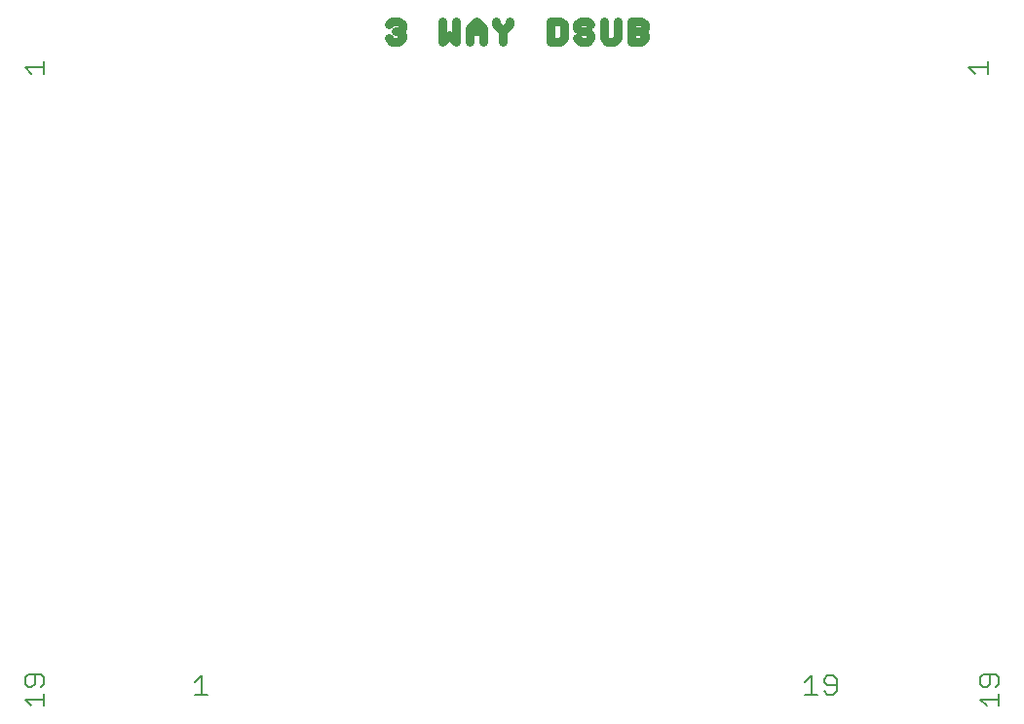
<source format=gto>
G75*
%MOIN*%
%OFA0B0*%
%FSLAX25Y25*%
%IPPOS*%
%LPD*%
%AMOC8*
5,1,8,0,0,1.08239X$1,22.5*
%
%ADD10C,0.00600*%
%ADD11C,0.03000*%
D10*
X0075021Y0076781D02*
X0072886Y0078916D01*
X0079291Y0078916D01*
X0079291Y0076781D02*
X0079291Y0081051D01*
X0078224Y0083227D02*
X0079291Y0084294D01*
X0079291Y0086429D01*
X0078224Y0087497D01*
X0073953Y0087497D01*
X0072886Y0086429D01*
X0072886Y0084294D01*
X0073953Y0083227D01*
X0075021Y0083227D01*
X0076089Y0084294D01*
X0076089Y0087497D01*
X0131072Y0084988D02*
X0133208Y0087124D01*
X0133208Y0080718D01*
X0135343Y0080718D02*
X0131072Y0080718D01*
X0339734Y0080718D02*
X0344004Y0080718D01*
X0341869Y0080718D02*
X0341869Y0087124D01*
X0339734Y0084988D01*
X0346179Y0084988D02*
X0346179Y0086056D01*
X0347247Y0087124D01*
X0349382Y0087124D01*
X0350450Y0086056D01*
X0350450Y0081786D01*
X0349382Y0080718D01*
X0347247Y0080718D01*
X0346179Y0081786D01*
X0347247Y0083921D02*
X0350450Y0083921D01*
X0347247Y0083921D02*
X0346179Y0084988D01*
X0399658Y0084294D02*
X0400725Y0083227D01*
X0401793Y0083227D01*
X0402860Y0084294D01*
X0402860Y0087497D01*
X0404995Y0087497D02*
X0400725Y0087497D01*
X0399658Y0086429D01*
X0399658Y0084294D01*
X0404995Y0083227D02*
X0406063Y0084294D01*
X0406063Y0086429D01*
X0404995Y0087497D01*
X0406063Y0081051D02*
X0406063Y0076781D01*
X0406063Y0078916D02*
X0399658Y0078916D01*
X0401793Y0076781D01*
X0402126Y0293317D02*
X0402126Y0297587D01*
X0402126Y0295452D02*
X0395721Y0295452D01*
X0397856Y0293317D01*
X0079291Y0293317D02*
X0079291Y0297587D01*
X0079291Y0295452D02*
X0072886Y0295452D01*
X0075021Y0293317D01*
D11*
X0197233Y0305527D02*
X0198401Y0304359D01*
X0200736Y0304359D01*
X0201904Y0305527D01*
X0201904Y0306694D01*
X0200736Y0307862D01*
X0199568Y0307862D01*
X0200736Y0307862D02*
X0201904Y0309030D01*
X0201904Y0310197D01*
X0200736Y0311365D01*
X0198401Y0311365D01*
X0197233Y0310197D01*
X0215649Y0311365D02*
X0215649Y0304359D01*
X0217984Y0306694D01*
X0220319Y0304359D01*
X0220319Y0311365D01*
X0224857Y0309030D02*
X0227192Y0311365D01*
X0229527Y0309030D01*
X0229527Y0304359D01*
X0229527Y0307862D02*
X0224857Y0307862D01*
X0224857Y0309030D02*
X0224857Y0304359D01*
X0234065Y0310197D02*
X0236400Y0307862D01*
X0236400Y0304359D01*
X0236400Y0307862D02*
X0238735Y0310197D01*
X0238735Y0311365D01*
X0234065Y0311365D02*
X0234065Y0310197D01*
X0252480Y0311365D02*
X0252480Y0304359D01*
X0255983Y0304359D01*
X0257151Y0305527D01*
X0257151Y0310197D01*
X0255983Y0311365D01*
X0252480Y0311365D01*
X0261688Y0310197D02*
X0261688Y0309030D01*
X0262856Y0307862D01*
X0265191Y0307862D01*
X0266359Y0306694D01*
X0266359Y0305527D01*
X0265191Y0304359D01*
X0262856Y0304359D01*
X0261688Y0305527D01*
X0261688Y0310197D02*
X0262856Y0311365D01*
X0265191Y0311365D01*
X0266359Y0310197D01*
X0270896Y0311365D02*
X0270896Y0305527D01*
X0272064Y0304359D01*
X0274399Y0304359D01*
X0275567Y0305527D01*
X0275567Y0311365D01*
X0280104Y0311365D02*
X0283607Y0311365D01*
X0284774Y0310197D01*
X0284774Y0309030D01*
X0283607Y0307862D01*
X0280104Y0307862D01*
X0283607Y0307862D02*
X0284774Y0306694D01*
X0284774Y0305527D01*
X0283607Y0304359D01*
X0280104Y0304359D01*
X0280104Y0311365D01*
M02*

</source>
